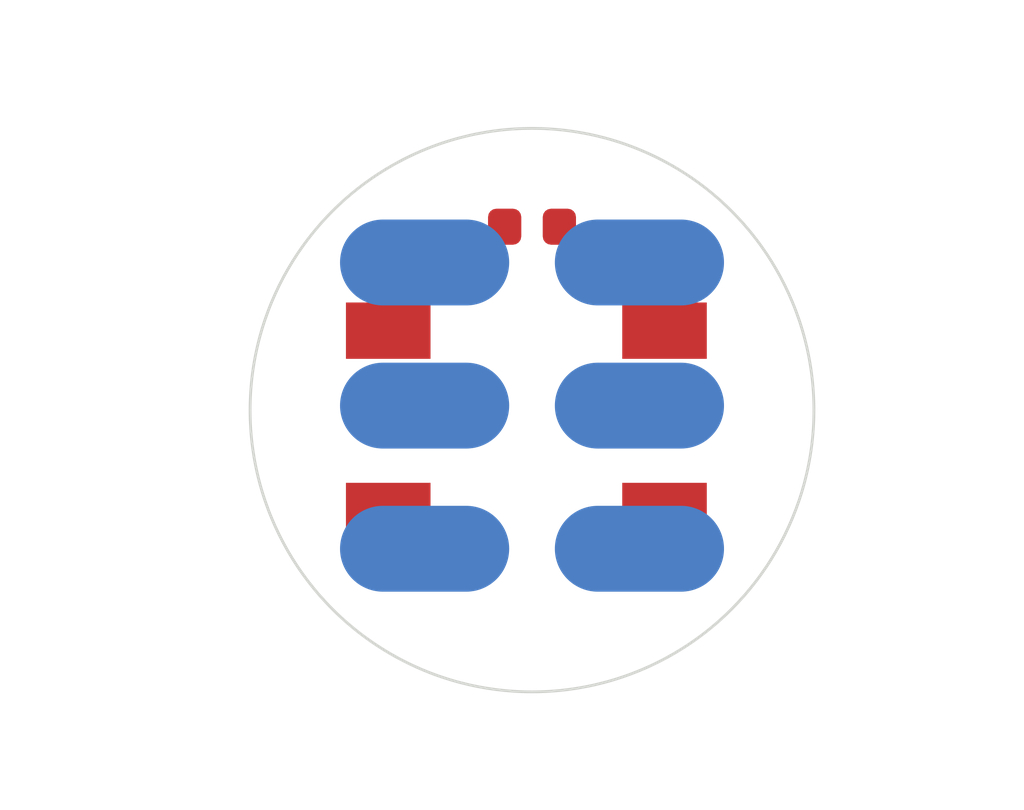
<source format=kicad_pcb>
(kicad_pcb (version 20171130) (host pcbnew 5.1.4-e60b266~84~ubuntu18.04.1)

  (general
    (thickness 1.6)
    (drawings 1)
    (tracks 0)
    (zones 0)
    (modules 3)
    (nets 5)
  )

  (page A4)
  (layers
    (0 F.Cu signal)
    (31 B.Cu signal)
    (32 B.Adhes user)
    (33 F.Adhes user)
    (34 B.Paste user)
    (35 F.Paste user)
    (36 B.SilkS user)
    (37 F.SilkS user)
    (38 B.Mask user)
    (39 F.Mask user)
    (40 Dwgs.User user)
    (41 Cmts.User user)
    (42 Eco1.User user)
    (43 Eco2.User user)
    (44 Edge.Cuts user)
    (45 Margin user)
    (46 B.CrtYd user)
    (47 F.CrtYd user)
    (48 B.Fab user)
    (49 F.Fab user)
  )

  (setup
    (last_trace_width 0.25)
    (trace_clearance 0.2)
    (zone_clearance 0.508)
    (zone_45_only no)
    (trace_min 0.2)
    (via_size 0.8)
    (via_drill 0.4)
    (via_min_size 0.4)
    (via_min_drill 0.3)
    (uvia_size 0.3)
    (uvia_drill 0.1)
    (uvias_allowed no)
    (uvia_min_size 0.2)
    (uvia_min_drill 0.1)
    (edge_width 0.05)
    (segment_width 0.2)
    (pcb_text_width 0.3)
    (pcb_text_size 1.5 1.5)
    (mod_edge_width 0.12)
    (mod_text_size 1 1)
    (mod_text_width 0.15)
    (pad_size 1.524 1.524)
    (pad_drill 0.762)
    (pad_to_mask_clearance 0.051)
    (solder_mask_min_width 0.25)
    (aux_axis_origin 0 0)
    (visible_elements FFFFFF7F)
    (pcbplotparams
      (layerselection 0x010fc_ffffffff)
      (usegerberextensions false)
      (usegerberattributes false)
      (usegerberadvancedattributes false)
      (creategerberjobfile false)
      (excludeedgelayer true)
      (linewidth 0.100000)
      (plotframeref false)
      (viasonmask false)
      (mode 1)
      (useauxorigin false)
      (hpglpennumber 1)
      (hpglpenspeed 20)
      (hpglpendiameter 15.000000)
      (psnegative false)
      (psa4output false)
      (plotreference true)
      (plotvalue true)
      (plotinvisibletext false)
      (padsonsilk false)
      (subtractmaskfromsilk false)
      (outputformat 1)
      (mirror false)
      (drillshape 1)
      (scaleselection 1)
      (outputdirectory ""))
  )

  (net 0 "")
  (net 1 VCC)
  (net 2 GND)
  (net 3 "Net-(D1-Pad4)")
  (net 4 "Net-(D1-Pad2)")

  (net_class Default "This is the default net class."
    (clearance 0.2)
    (trace_width 0.25)
    (via_dia 0.8)
    (via_drill 0.4)
    (uvia_dia 0.3)
    (uvia_drill 0.1)
    (add_net GND)
    (add_net "Net-(D1-Pad2)")
    (add_net "Net-(D1-Pad4)")
    (add_net VCC)
  )

  (module LED_SMD:WS2812B_Module_Back (layer B.Cu) (tedit 5D69FF79) (tstamp 5D6AB8BF)
    (at 0 -0.635)
    (fp_text reference REF** (at -0.0254 6.35) (layer B.Fab)
      (effects (font (size 1 1) (thickness 0.15)) (justify mirror))
    )
    (fp_text value WS2812B_Module_Back (at 0 -6.35) (layer B.Fab)
      (effects (font (size 1 1) (thickness 0.15)) (justify mirror))
    )
    (fp_text user Din (at 6.985 0) (layer B.Fab)
      (effects (font (size 1 1) (thickness 0.15)) (justify mirror))
    )
    (fp_text user Dout (at -7.62 0) (layer B.Fab)
      (effects (font (size 1 1) (thickness 0.15)) (justify mirror))
    )
    (fp_circle (center 0 0) (end 5 0) (layer B.Fab) (width 0.12))
    (pad 2 smd oval (at -1.905 0) (size 3 1.524) (layers B.Cu B.Paste B.Mask))
    (pad 3 smd oval (at -1.905 2.54) (size 3 1.524) (layers B.Cu B.Paste B.Mask))
    (pad 1 smd oval (at -1.905 -2.54) (size 3 1.524) (layers B.Cu B.Paste B.Mask))
    (pad 4 smd oval (at 1.905 0) (size 3 1.524) (layers B.Cu B.Paste B.Mask))
    (pad 1 smd oval (at 1.905 -2.54) (size 3 1.524) (layers B.Cu B.Paste B.Mask))
    (pad 3 smd oval (at 1.905 2.54) (size 3 1.524) (layers B.Cu B.Paste B.Mask))
  )

  (module Capacitor_SMD:C_0402_1005Metric (layer F.Cu) (tedit 5B301BBE) (tstamp 5D6AA5CC)
    (at 0 -3.81)
    (descr "Capacitor SMD 0402 (1005 Metric), square (rectangular) end terminal, IPC_7351 nominal, (Body size source: http://www.tortai-tech.com/upload/download/2011102023233369053.pdf), generated with kicad-footprint-generator")
    (tags capacitor)
    (path /5D6ADD66)
    (attr smd)
    (fp_text reference C1 (at 0 -1.17) (layer F.Fab) hide
      (effects (font (size 1 1) (thickness 0.15)))
    )
    (fp_text value C (at 0 -2.54) (layer F.Fab) hide
      (effects (font (size 1 1) (thickness 0.15)))
    )
    (fp_line (start -0.5 0.25) (end -0.5 -0.25) (layer F.Fab) (width 0.1))
    (fp_line (start -0.5 -0.25) (end 0.5 -0.25) (layer F.Fab) (width 0.1))
    (fp_line (start 0.5 -0.25) (end 0.5 0.25) (layer F.Fab) (width 0.1))
    (fp_line (start 0.5 0.25) (end -0.5 0.25) (layer F.Fab) (width 0.1))
    (fp_line (start -0.93 0.47) (end -0.93 -0.47) (layer F.CrtYd) (width 0.05))
    (fp_line (start -0.93 -0.47) (end 0.93 -0.47) (layer F.CrtYd) (width 0.05))
    (fp_line (start 0.93 -0.47) (end 0.93 0.47) (layer F.CrtYd) (width 0.05))
    (fp_line (start 0.93 0.47) (end -0.93 0.47) (layer F.CrtYd) (width 0.05))
    (fp_text user %R (at 0 0) (layer F.Fab)
      (effects (font (size 0.25 0.25) (thickness 0.04)))
    )
    (pad 1 smd roundrect (at -0.485 0) (size 0.59 0.64) (layers F.Cu F.Paste F.Mask) (roundrect_rratio 0.25)
      (net 1 VCC))
    (pad 2 smd roundrect (at 0.485 0) (size 0.59 0.64) (layers F.Cu F.Paste F.Mask) (roundrect_rratio 0.25)
      (net 2 GND))
    (model ${KISYS3DMOD}/Capacitor_SMD.3dshapes/C_0402_1005Metric.wrl
      (at (xyz 0 0 0))
      (scale (xyz 1 1 1))
      (rotate (xyz 0 0 0))
    )
  )

  (module LED_SMD:WS2812B_ (layer F.Cu) (tedit 5D69F96A) (tstamp 5D6AAB18)
    (at -0.099999 -0.364999)
    (descr https://cdn-shop.adafruit.com/datasheets/WS2812B.pdf)
    (tags "LED RGB NeoPixel")
    (path /5D6AD5CD)
    (attr smd)
    (fp_text reference D1 (at 0 0) (layer F.Fab)
      (effects (font (size 1 1) (thickness 0.15)))
    )
    (fp_text value WS2812B (at 0 4) (layer F.Fab) hide
      (effects (font (size 1 1) (thickness 0.15)))
    )
    (fp_text user + (at -4.15 -1.6) (layer F.Fab)
      (effects (font (size 1 1) (thickness 0.15)))
    )
    (fp_text user %R (at 0 0) (layer F.Fab)
      (effects (font (size 0.8 0.8) (thickness 0.15)))
    )
    (fp_line (start 2.5 1.5) (end 1.5 2.5) (layer F.Fab) (width 0.1))
    (fp_line (start -2.5 -2.5) (end -2.5 2.5) (layer F.Fab) (width 0.1))
    (fp_line (start -2.5 2.5) (end 2.5 2.5) (layer F.Fab) (width 0.1))
    (fp_line (start 2.5 2.5) (end 2.5 -2.5) (layer F.Fab) (width 0.1))
    (fp_line (start 2.5 -2.5) (end -2.5 -2.5) (layer F.Fab) (width 0.1))
    (fp_line (start 3.6068 2.1844) (end 3.6068 1.0344) (layer F.Fab) (width 0.12))
    (fp_circle (center 0 0) (end 0 -2) (layer F.Fab) (width 0.1))
    (pad 3 smd rect (at 2.45 1.6) (size 1.5 1) (layers F.Cu F.Paste F.Mask)
      (net 2 GND))
    (pad 4 smd rect (at 2.45 -1.6) (size 1.5 1) (layers F.Cu F.Paste F.Mask)
      (net 3 "Net-(D1-Pad4)"))
    (pad 2 smd rect (at -2.45 1.6) (size 1.5 1) (layers F.Cu F.Paste F.Mask)
      (net 4 "Net-(D1-Pad2)"))
    (pad 1 smd rect (at -2.45 -1.6) (size 1.5 1) (layers F.Cu F.Paste F.Mask)
      (net 1 VCC))
    (model ${KISYS3DMOD}/LED_SMD.3dshapes/WS2812B.wrl
      (offset (xyz 0 0 0.1))
      (scale (xyz 0.3937 0.3937 0.3937))
      (rotate (xyz 0 0 90))
    )
  )

  (gr_circle (center 0 -0.555) (end 5 -0.555) (layer Edge.Cuts) (width 0.05))

)

</source>
